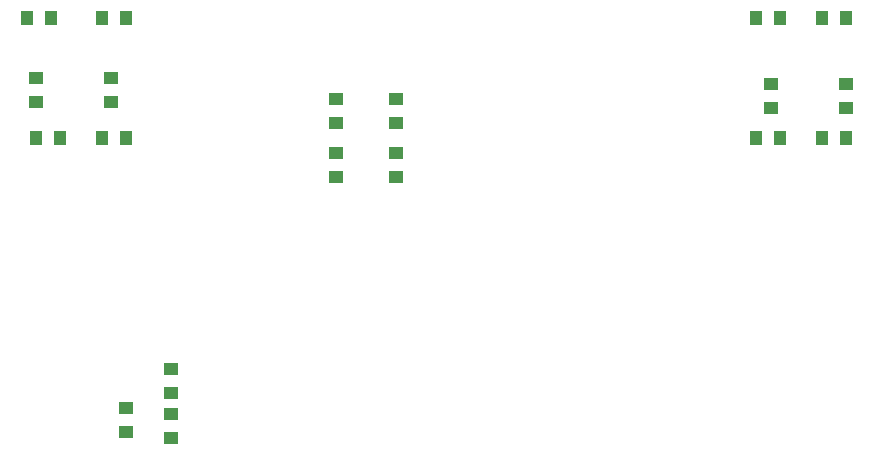
<source format=gtp>
G04 Layer_Color=8421504*
%FSLAX24Y24*%
%MOIN*%
G70*
G01*
G75*
%ADD10R,0.0500X0.0400*%
%ADD11R,0.0400X0.0500*%
G54D10*
X6000Y3200D02*
D03*
Y4000D02*
D03*
X7500Y4500D02*
D03*
Y5300D02*
D03*
X3000Y14200D02*
D03*
Y15000D02*
D03*
X5500Y14200D02*
D03*
Y15000D02*
D03*
X30000Y14800D02*
D03*
Y14000D02*
D03*
X27500Y14800D02*
D03*
Y14000D02*
D03*
X7500Y3800D02*
D03*
Y3000D02*
D03*
X15000Y11700D02*
D03*
Y12500D02*
D03*
X13000D02*
D03*
Y11700D02*
D03*
X15000Y14300D02*
D03*
Y13500D02*
D03*
X13000D02*
D03*
Y14300D02*
D03*
G54D11*
X3000Y13000D02*
D03*
X3800D02*
D03*
X5200D02*
D03*
X6000D02*
D03*
Y17000D02*
D03*
X5200D02*
D03*
X29200Y13000D02*
D03*
X30000D02*
D03*
Y17000D02*
D03*
X29200D02*
D03*
X27800Y13000D02*
D03*
X27000D02*
D03*
Y17000D02*
D03*
X27800D02*
D03*
X3500D02*
D03*
X2700D02*
D03*
M02*

</source>
